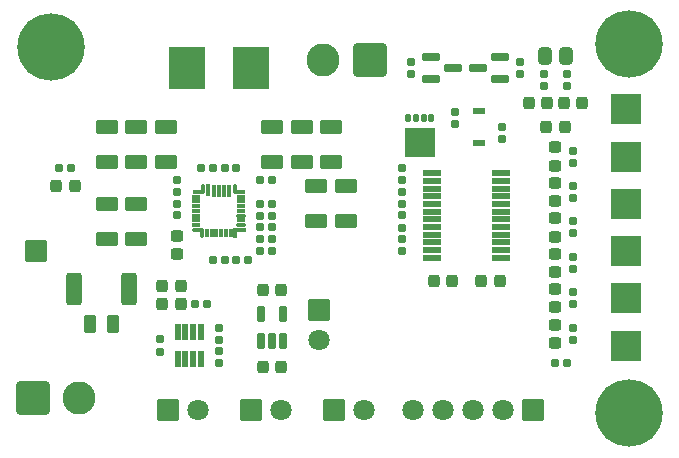
<source format=gbr>
%TF.GenerationSoftware,KiCad,Pcbnew,9.0.6+1*%
%TF.CreationDate,Date%
%TF.ProjectId,solar_smart_station,736f6c61-725f-4736-9d61-72745f737461,+ (Unreleased)*%
%TF.SameCoordinates,Original*%
%TF.FileFunction,Soldermask,Top*%
%TF.FilePolarity,Negative*%
%FSLAX46Y46*%
G04 Gerber Fmt 4.6, Leading zero omitted, Abs format (unit mm)*
G04 Created by KiCad*
%MOMM*%
%LPD*%
G01*
G04 APERTURE LIST*
G04 Aperture macros list*
%AMRoundRect*
0 Rectangle with rounded corners*
0 $1 Rounding radius*
0 $2 $3 $4 $5 $6 $7 $8 $9 X,Y pos of 4 corners*
0 Add a 4 corners polygon primitive as box body*
4,1,4,$2,$3,$4,$5,$6,$7,$8,$9,$2,$3,0*
0 Add four circle primitives for the rounded corners*
1,1,$1+$1,$2,$3*
1,1,$1+$1,$4,$5*
1,1,$1+$1,$6,$7*
1,1,$1+$1,$8,$9*
0 Add four rect primitives between the rounded corners*
20,1,$1+$1,$2,$3,$4,$5,0*
20,1,$1+$1,$4,$5,$6,$7,0*
20,1,$1+$1,$6,$7,$8,$9,0*
20,1,$1+$1,$8,$9,$2,$3,0*%
%AMFreePoly0*
4,1,13,0.135355,0.385355,0.150000,0.350000,0.150000,-0.350000,0.135355,-0.385355,0.100000,-0.400000,-0.100000,-0.400000,-0.135355,-0.385355,-0.150000,-0.350000,-0.150000,0.350000,-0.135355,0.385355,-0.100000,0.400000,0.100000,0.400000,0.135355,0.385355,0.135355,0.385355,$1*%
%AMFreePoly1*
4,1,13,0.385355,0.135355,0.400000,0.100000,0.400000,-0.100000,0.385355,-0.135355,0.350000,-0.150000,-0.350000,-0.150000,-0.385355,-0.135355,-0.400000,-0.100000,-0.400000,0.100000,-0.385355,0.135355,-0.350000,0.150000,0.350000,0.150000,0.385355,0.135355,0.385355,0.135355,$1*%
%AMFreePoly2*
4,1,37,1.406355,1.260355,1.421000,1.225000,1.421000,0.720000,1.406355,0.684645,1.371000,0.670000,1.000000,0.670000,1.000000,0.630000,1.370000,0.630000,1.405355,0.615355,1.420000,0.580000,1.420000,0.080000,1.405355,0.044645,1.370000,0.030000,1.000000,0.030000,1.000000,-0.030000,1.370000,-0.030000,1.405355,-0.044645,1.420000,-0.080000,1.420000,-0.580000,1.405355,-0.615355,
1.370000,-0.630000,1.000000,-0.630000,1.000000,-0.670000,1.370000,-0.670000,1.405355,-0.684645,1.420000,-0.720000,1.420000,-1.225000,1.405355,-1.260355,1.370000,-1.275000,-0.950000,-1.275000,-0.985355,-1.260355,-1.000000,-1.225000,-1.000000,1.225000,-0.985355,1.260355,-0.950000,1.275000,1.371000,1.275000,1.406355,1.260355,1.406355,1.260355,$1*%
G04 Aperture macros list end*
%ADD10RoundRect,0.160000X-0.210000X0.160000X-0.210000X-0.160000X0.210000X-0.160000X0.210000X0.160000X0*%
%ADD11RoundRect,0.259260X-1.140740X-1.140740X1.140740X-1.140740X1.140740X1.140740X-1.140740X1.140740X0*%
%ADD12C,2.800000*%
%ADD13RoundRect,0.271739X-0.678261X0.353261X-0.678261X-0.353261X0.678261X-0.353261X0.678261X0.353261X0*%
%ADD14RoundRect,0.250000X-0.275000X0.250000X-0.275000X-0.250000X0.275000X-0.250000X0.275000X0.250000X0*%
%ADD15RoundRect,0.050000X-1.250000X-1.250000X1.250000X-1.250000X1.250000X1.250000X-1.250000X1.250000X0*%
%ADD16RoundRect,0.175000X-0.612500X-0.175000X0.612500X-0.175000X0.612500X0.175000X-0.612500X0.175000X0*%
%ADD17C,3.700000*%
%ADD18C,5.700000*%
%ADD19RoundRect,0.160000X-0.160000X-0.210000X0.160000X-0.210000X0.160000X0.210000X-0.160000X0.210000X0*%
%ADD20RoundRect,0.175000X0.612500X0.175000X-0.612500X0.175000X-0.612500X-0.175000X0.612500X-0.175000X0*%
%ADD21RoundRect,0.275000X0.275000X0.500000X-0.275000X0.500000X-0.275000X-0.500000X0.275000X-0.500000X0*%
%ADD22RoundRect,0.250000X-0.250000X-0.275000X0.250000X-0.275000X0.250000X0.275000X-0.250000X0.275000X0*%
%ADD23RoundRect,0.165000X0.165000X0.195000X-0.165000X0.195000X-0.165000X-0.195000X0.165000X-0.195000X0*%
%ADD24RoundRect,0.137500X-0.137500X0.575000X-0.137500X-0.575000X0.137500X-0.575000X0.137500X0.575000X0*%
%ADD25RoundRect,0.160000X0.210000X-0.160000X0.210000X0.160000X-0.210000X0.160000X-0.210000X-0.160000X0*%
%ADD26RoundRect,0.270409X-0.392091X-1.104591X0.392091X-1.104591X0.392091X1.104591X-0.392091X1.104591X0*%
%ADD27RoundRect,0.050000X-0.850000X-0.850000X0.850000X-0.850000X0.850000X0.850000X-0.850000X0.850000X0*%
%ADD28C,1.800000*%
%ADD29RoundRect,0.165000X-0.195000X0.165000X-0.195000X-0.165000X0.195000X-0.165000X0.195000X0.165000X0*%
%ADD30RoundRect,0.271739X0.678261X-0.353261X0.678261X0.353261X-0.678261X0.353261X-0.678261X-0.353261X0*%
%ADD31RoundRect,0.165000X-0.165000X-0.195000X0.165000X-0.195000X0.165000X0.195000X-0.165000X0.195000X0*%
%ADD32RoundRect,0.250000X0.250000X0.275000X-0.250000X0.275000X-0.250000X-0.275000X0.250000X-0.275000X0*%
%ADD33RoundRect,0.050000X-0.850000X0.850000X-0.850000X-0.850000X0.850000X-0.850000X0.850000X0.850000X0*%
%ADD34RoundRect,0.160000X0.160000X0.210000X-0.160000X0.210000X-0.160000X-0.210000X0.160000X-0.210000X0*%
%ADD35RoundRect,0.175000X0.175000X-0.537500X0.175000X0.537500X-0.175000X0.537500X-0.175000X-0.537500X0*%
%ADD36RoundRect,0.050000X0.850000X-0.850000X0.850000X0.850000X-0.850000X0.850000X-0.850000X-0.850000X0*%
%ADD37RoundRect,0.050000X-1.475000X-1.750000X1.475000X-1.750000X1.475000X1.750000X-1.475000X1.750000X0*%
%ADD38RoundRect,0.259260X1.140740X1.140740X-1.140740X1.140740X-1.140740X-1.140740X1.140740X-1.140740X0*%
%ADD39RoundRect,0.050000X-0.419100X0.228600X-0.419100X-0.228600X0.419100X-0.228600X0.419100X0.228600X0*%
%ADD40RoundRect,0.274390X0.288110X0.475610X-0.288110X0.475610X-0.288110X-0.475610X0.288110X-0.475610X0*%
%ADD41RoundRect,0.050000X0.736600X0.177800X-0.736600X0.177800X-0.736600X-0.177800X0.736600X-0.177800X0*%
%ADD42RoundRect,0.250000X0.275000X-0.250000X0.275000X0.250000X-0.275000X0.250000X-0.275000X-0.250000X0*%
%ADD43RoundRect,0.050000X0.400000X-0.100000X0.400000X0.100000X-0.400000X0.100000X-0.400000X-0.100000X0*%
%ADD44RoundRect,0.050000X-0.100000X-0.350000X0.100000X-0.350000X0.100000X0.350000X-0.100000X0.350000X0*%
%ADD45RoundRect,0.050000X-0.299999X-0.100000X0.299999X-0.100000X0.299999X0.100000X-0.299999X0.100000X0*%
%ADD46RoundRect,0.050000X-0.350000X-0.100000X0.350000X-0.100000X0.350000X0.100000X-0.350000X0.100000X0*%
%ADD47RoundRect,0.050000X0.100000X-0.350000X0.100000X0.350000X-0.100000X0.350000X-0.100000X-0.350000X0*%
%ADD48RoundRect,0.050000X0.100000X-0.299999X0.100000X0.299999X-0.100000X0.299999X-0.100000X-0.299999X0*%
%ADD49FreePoly0,0.000000*%
%ADD50FreePoly1,0.000000*%
%ADD51RoundRect,0.050000X-0.350000X-0.100000X0.350000X-0.100000X0.350000X0.100000X-0.350000X0.100000X0*%
%ADD52RoundRect,0.050000X-0.325000X-0.100000X0.325000X-0.100000X0.325000X0.100000X-0.325000X0.100000X0*%
%ADD53RoundRect,0.050000X-0.340000X-0.100000X0.340000X-0.100000X0.340000X0.100000X-0.340000X0.100000X0*%
%ADD54RoundRect,0.050000X-0.100000X-0.500000X0.100000X-0.500000X0.100000X0.500000X-0.100000X0.500000X0*%
%ADD55RoundRect,0.050000X-0.100000X-0.475000X0.100000X-0.475000X0.100000X0.475000X-0.100000X0.475000X0*%
%ADD56RoundRect,0.243750X0.243750X0.281250X-0.243750X0.281250X-0.243750X-0.281250X0.243750X-0.281250X0*%
%ADD57RoundRect,0.137500X-0.137500X0.227500X-0.137500X-0.227500X0.137500X-0.227500X0.137500X0.227500X0*%
%ADD58FreePoly2,270.000000*%
G04 APERTURE END LIST*
D10*
%TO.C,R28*%
X64000000Y-162490000D03*
X64000000Y-163510000D03*
%TD*%
D11*
%TO.C,JST1*%
X32742500Y-179950000D03*
D12*
X36702500Y-179950000D03*
%TD*%
D13*
%TO.C,C16*%
X55500000Y-157025000D03*
X55500000Y-159975000D03*
%TD*%
D10*
%TO.C,R30*%
X64000000Y-164490000D03*
X64000000Y-165510000D03*
%TD*%
D14*
%TO.C,C24*%
X77000000Y-170725000D03*
X77000000Y-172275000D03*
%TD*%
D15*
%TO.C,H4*%
X83000000Y-163500000D03*
%TD*%
D16*
%TO.C,Q2*%
X66422500Y-151050000D03*
X66422500Y-152950000D03*
X68297500Y-152000000D03*
%TD*%
D13*
%TO.C,C12*%
X44000000Y-157025000D03*
X44000000Y-159975000D03*
%TD*%
D17*
%TO.C,H8*%
X83250000Y-150000000D03*
D18*
X83250000Y-150000000D03*
%TD*%
D19*
%TO.C,R3*%
X49990000Y-168250000D03*
X51010000Y-168250000D03*
%TD*%
D20*
%TO.C,Q1*%
X72297500Y-152950000D03*
X72297500Y-151050000D03*
X70422500Y-152000000D03*
%TD*%
D15*
%TO.C,H2*%
X83000000Y-171500000D03*
%TD*%
D19*
%TO.C,R6*%
X51990000Y-165500000D03*
X53010000Y-165500000D03*
%TD*%
D13*
%TO.C,C15*%
X41500000Y-157025000D03*
X41500000Y-159975000D03*
%TD*%
D15*
%TO.C,H6*%
X83000000Y-155500000D03*
%TD*%
D14*
%TO.C,C26*%
X77000000Y-164725000D03*
X77000000Y-166275000D03*
%TD*%
D21*
%TO.C,C1*%
X39500000Y-173702500D03*
X37600000Y-173702500D03*
%TD*%
D10*
%TO.C,R17*%
X78500000Y-161990000D03*
X78500000Y-163010000D03*
%TD*%
D22*
%TO.C,C33*%
X77725000Y-155000000D03*
X79275000Y-155000000D03*
%TD*%
D10*
%TO.C,R29*%
X64000000Y-160490000D03*
X64000000Y-161510000D03*
%TD*%
D23*
%TO.C,C9*%
X47980000Y-160500000D03*
X47020000Y-160500000D03*
%TD*%
D24*
%TO.C,U3*%
X46975000Y-174362500D03*
X46325000Y-174362500D03*
X45675000Y-174362500D03*
X45025000Y-174362500D03*
X45025000Y-176637500D03*
X45675000Y-176637500D03*
X46325000Y-176637500D03*
X46975000Y-176637500D03*
%TD*%
D14*
%TO.C,C28*%
X77000000Y-158725000D03*
X77000000Y-160275000D03*
%TD*%
D13*
%TO.C,C13*%
X53000000Y-157025000D03*
X53000000Y-159975000D03*
%TD*%
D25*
%TO.C,R11*%
X48500000Y-177010000D03*
X48500000Y-175990000D03*
%TD*%
D26*
%TO.C,R1*%
X36237500Y-170702500D03*
X40862500Y-170702500D03*
%TD*%
D27*
%TO.C,J2*%
X57000000Y-172475000D03*
D28*
X57000000Y-175015000D03*
%TD*%
D14*
%TO.C,C25*%
X77000000Y-167725000D03*
X77000000Y-169275000D03*
%TD*%
D10*
%TO.C,R14*%
X78500000Y-170990000D03*
X78500000Y-172010000D03*
%TD*%
%TO.C,R24*%
X74000000Y-151490000D03*
X74000000Y-152510000D03*
%TD*%
D29*
%TO.C,C2*%
X45000000Y-161520000D03*
X45000000Y-162480000D03*
%TD*%
D30*
%TO.C,C11*%
X56750000Y-164975000D03*
X56750000Y-162025000D03*
%TD*%
D15*
%TO.C,H1*%
X83000000Y-175500000D03*
%TD*%
D31*
%TO.C,C10*%
X49020000Y-160500000D03*
X49980000Y-160500000D03*
%TD*%
D32*
%TO.C,C20*%
X53760000Y-170795000D03*
X52210000Y-170795000D03*
%TD*%
D10*
%TO.C,R13*%
X78500000Y-173990000D03*
X78500000Y-175010000D03*
%TD*%
D33*
%TO.C,J3*%
X75080000Y-181000000D03*
D28*
X72540000Y-181000000D03*
X70000000Y-181000000D03*
X67460000Y-181000000D03*
X64920000Y-181000000D03*
%TD*%
D15*
%TO.C,H3*%
X83000000Y-167500000D03*
%TD*%
D25*
%TO.C,R26*%
X64750000Y-152510000D03*
X64750000Y-151490000D03*
%TD*%
D14*
%TO.C,C23*%
X77000000Y-173725000D03*
X77000000Y-175275000D03*
%TD*%
D19*
%TO.C,R5*%
X51990000Y-163500000D03*
X53010000Y-163500000D03*
%TD*%
%TO.C,R4*%
X47990000Y-168250000D03*
X49010000Y-168250000D03*
%TD*%
D34*
%TO.C,R8*%
X53010000Y-166500000D03*
X51990000Y-166500000D03*
%TD*%
D35*
%TO.C,U2*%
X52050000Y-175137500D03*
X53000000Y-175137500D03*
X53950000Y-175137500D03*
X53950000Y-172862500D03*
X52050000Y-172862500D03*
%TD*%
D30*
%TO.C,C4*%
X39000000Y-166475000D03*
X39000000Y-163525000D03*
%TD*%
%TO.C,C3*%
X41500000Y-166475000D03*
X41500000Y-163525000D03*
%TD*%
D36*
%TO.C,J5*%
X58225000Y-181000000D03*
D28*
X60765000Y-181000000D03*
%TD*%
D37*
%TO.C,L1*%
X45775000Y-152000000D03*
X51225000Y-152000000D03*
%TD*%
D34*
%TO.C,R9*%
X47510000Y-172000000D03*
X46490000Y-172000000D03*
%TD*%
D38*
%TO.C,JST2*%
X61257500Y-151300000D03*
D12*
X57297500Y-151300000D03*
%TD*%
D34*
%TO.C,R2*%
X36010000Y-160500000D03*
X34990000Y-160500000D03*
%TD*%
D31*
%TO.C,C8*%
X52020000Y-161500000D03*
X52980000Y-161500000D03*
%TD*%
D17*
%TO.C,H7*%
X34250000Y-150250000D03*
D18*
X34250000Y-150250000D03*
%TD*%
D13*
%TO.C,C17*%
X39000000Y-157025000D03*
X39000000Y-159975000D03*
%TD*%
D10*
%TO.C,R16*%
X78500000Y-164990000D03*
X78500000Y-166010000D03*
%TD*%
%TO.C,R25*%
X68500000Y-155750000D03*
X68500000Y-156770000D03*
%TD*%
D22*
%TO.C,C30*%
X66725000Y-170000000D03*
X68275000Y-170000000D03*
%TD*%
D14*
%TO.C,C27*%
X77000000Y-161725000D03*
X77000000Y-163275000D03*
%TD*%
D15*
%TO.C,H5*%
X83000000Y-159500000D03*
%TD*%
D25*
%TO.C,R18*%
X78500000Y-160010000D03*
X78500000Y-158990000D03*
%TD*%
D39*
%TO.C,D2*%
X70500000Y-155679200D03*
X70500000Y-158320800D03*
%TD*%
D30*
%TO.C,C14*%
X59250000Y-164975000D03*
X59250000Y-162025000D03*
%TD*%
D32*
%TO.C,C21*%
X45275000Y-170500000D03*
X43725000Y-170500000D03*
%TD*%
D36*
%TO.C,J1*%
X44210000Y-181000000D03*
D28*
X46750000Y-181000000D03*
%TD*%
D40*
%TO.C,R21*%
X77912500Y-151000000D03*
X76087500Y-151000000D03*
%TD*%
D17*
%TO.C,H9*%
X83250000Y-181250000D03*
D18*
X83250000Y-181250000D03*
%TD*%
D32*
%TO.C,C22*%
X45275000Y-172000000D03*
X43725000Y-172000000D03*
%TD*%
D10*
%TO.C,R15*%
X78500000Y-167990000D03*
X78500000Y-169010000D03*
%TD*%
D25*
%TO.C,R12*%
X43500000Y-176010000D03*
X43500000Y-174990000D03*
%TD*%
D27*
%TO.C,TP1*%
X33000000Y-167500000D03*
%TD*%
D25*
%TO.C,R27*%
X64000000Y-167510000D03*
X64000000Y-166490000D03*
%TD*%
D36*
%TO.C,J4*%
X51225000Y-181000000D03*
D28*
X53765000Y-181000000D03*
%TD*%
D19*
%TO.C,R7*%
X51990000Y-167500000D03*
X53010000Y-167500000D03*
%TD*%
D32*
%TO.C,C19*%
X53760000Y-177295000D03*
X52210000Y-177295000D03*
%TD*%
D22*
%TO.C,C29*%
X70725000Y-170000000D03*
X72275000Y-170000000D03*
%TD*%
D10*
%TO.C,R23*%
X72500000Y-156990000D03*
X72500000Y-158010000D03*
%TD*%
D41*
%TO.C,U4*%
X72421000Y-168074999D03*
X72421000Y-167425000D03*
X72421000Y-166775002D03*
X72421000Y-166125001D03*
X72421000Y-165475002D03*
X72421000Y-164825001D03*
X72421000Y-164175002D03*
X72421000Y-163525001D03*
X72421000Y-162875002D03*
X72421000Y-162225001D03*
X72421000Y-161575002D03*
X72421000Y-160925001D03*
X66579000Y-160925001D03*
X66579000Y-161575000D03*
X66579000Y-162225001D03*
X66579000Y-162874999D03*
X66579000Y-163525001D03*
X66579000Y-164174999D03*
X66579000Y-164824998D03*
X66579000Y-165474999D03*
X66579000Y-166124998D03*
X66579000Y-166774999D03*
X66579000Y-167424998D03*
X66579000Y-168074999D03*
%TD*%
D10*
%TO.C,R10*%
X48500000Y-173990000D03*
X48500000Y-175010000D03*
%TD*%
D34*
%TO.C,R19*%
X78010000Y-177000000D03*
X76990000Y-177000000D03*
%TD*%
D42*
%TO.C,C6*%
X45000000Y-167775000D03*
X45000000Y-166225000D03*
%TD*%
D43*
%TO.C,U1*%
X46697745Y-162501514D03*
D44*
X47149431Y-162250200D03*
D45*
X46600002Y-162900001D03*
X46600002Y-163300000D03*
X46600002Y-163700002D03*
X46600002Y-164100001D03*
X46600002Y-164500000D03*
X46600002Y-164900002D03*
X46600002Y-165300001D03*
D46*
X46649068Y-165699257D03*
D47*
X47097609Y-165950180D03*
D48*
X47500000Y-166000000D03*
X47900002Y-166000000D03*
X48300001Y-166000000D03*
X48700001Y-166000000D03*
X49100000Y-166000000D03*
X49500002Y-166000000D03*
D49*
X49898885Y-165957363D03*
D50*
X50349509Y-165708006D03*
D51*
X50350000Y-165300001D03*
D52*
X50375001Y-164899999D03*
D53*
X50360000Y-164500000D03*
D45*
X50400000Y-164100001D03*
X50400000Y-163700002D03*
X50400000Y-163300000D03*
X50400000Y-162900001D03*
D44*
X49850961Y-162249822D03*
D43*
X50299251Y-162498872D03*
D54*
X49400002Y-162400002D03*
X48950000Y-162400002D03*
X48500001Y-162400002D03*
X48050002Y-162400002D03*
D55*
X47600000Y-162375001D03*
%TD*%
D22*
%TO.C,C31*%
X76225000Y-157000000D03*
X77775000Y-157000000D03*
%TD*%
D23*
%TO.C,C7*%
X52980000Y-164500000D03*
X52020000Y-164500000D03*
%TD*%
D56*
%TO.C,D1*%
X36287500Y-162000000D03*
X34712500Y-162000000D03*
%TD*%
D57*
%TO.C,U5*%
X66470000Y-156250000D03*
X65830000Y-156250000D03*
X65170000Y-156250000D03*
X64530000Y-156250000D03*
D58*
X65500000Y-158075000D03*
%TD*%
D13*
%TO.C,C18*%
X58000000Y-157025000D03*
X58000000Y-159975000D03*
%TD*%
D10*
%TO.C,R22*%
X76000000Y-152490000D03*
X76000000Y-153510000D03*
%TD*%
D29*
%TO.C,C5*%
X45000000Y-163520000D03*
X45000000Y-164480000D03*
%TD*%
D10*
%TO.C,R20*%
X78000000Y-152490000D03*
X78000000Y-153510000D03*
%TD*%
D32*
%TO.C,C32*%
X76275000Y-155000000D03*
X74725000Y-155000000D03*
%TD*%
M02*

</source>
